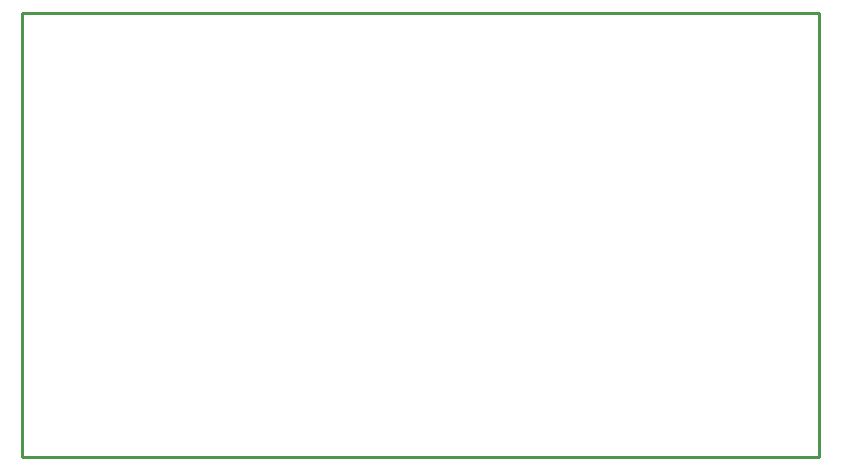
<source format=gbr>
G04 EAGLE Gerber RS-274X export*
G75*
%MOMM*%
%FSLAX34Y34*%
%LPD*%
%IN*%
%IPPOS*%
%AMOC8*
5,1,8,0,0,1.08239X$1,22.5*%
G01*
%ADD10C,0.254000*%


D10*
X0Y0D02*
X675440Y0D01*
X675440Y376430D01*
X0Y376430D01*
X0Y0D01*
M02*

</source>
